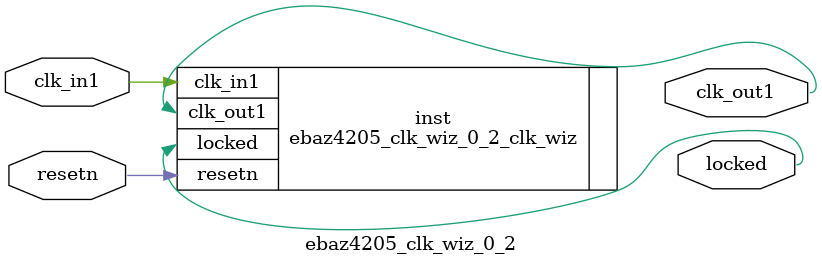
<source format=v>


`timescale 1ps/1ps

(* CORE_GENERATION_INFO = "ebaz4205_clk_wiz_0_2,clk_wiz_v6_0_11_0_0,{component_name=ebaz4205_clk_wiz_0_2,use_phase_alignment=true,use_min_o_jitter=false,use_max_i_jitter=false,use_dyn_phase_shift=false,use_inclk_switchover=false,use_dyn_reconfig=false,enable_axi=0,feedback_source=FDBK_AUTO,PRIMITIVE=MMCM,num_out_clk=1,clkin1_period=10.000,clkin2_period=10.000,use_power_down=false,use_reset=true,use_locked=true,use_inclk_stopped=false,feedback_type=SINGLE,CLOCK_MGR_TYPE=NA,manual_override=false}" *)

module ebaz4205_clk_wiz_0_2 
 (
  // Clock out ports
  output        clk_out1,
  // Status and control signals
  input         resetn,
  output        locked,
 // Clock in ports
  input         clk_in1
 );

  ebaz4205_clk_wiz_0_2_clk_wiz inst
  (
  // Clock out ports  
  .clk_out1(clk_out1),
  // Status and control signals               
  .resetn(resetn), 
  .locked(locked),
 // Clock in ports
  .clk_in1(clk_in1)
  );

endmodule

</source>
